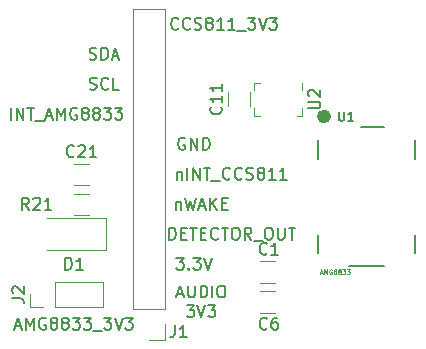
<source format=gbr>
G04 #@! TF.GenerationSoftware,KiCad,Pcbnew,(5.1.5)-3*
G04 #@! TF.CreationDate,2020-03-14T15:22:24+01:00*
G04 #@! TF.ProjectId,SesnorBoard,5365736e-6f72-4426-9f61-72642e6b6963,rev?*
G04 #@! TF.SameCoordinates,Original*
G04 #@! TF.FileFunction,Legend,Top*
G04 #@! TF.FilePolarity,Positive*
%FSLAX46Y46*%
G04 Gerber Fmt 4.6, Leading zero omitted, Abs format (unit mm)*
G04 Created by KiCad (PCBNEW (5.1.5)-3) date 2020-03-14 15:22:24*
%MOMM*%
%LPD*%
G04 APERTURE LIST*
%ADD10C,0.150000*%
%ADD11C,0.120000*%
%ADD12C,0.127000*%
%ADD13C,0.609600*%
%ADD14C,0.100000*%
%ADD15C,0.138988*%
%ADD16C,0.038608*%
G04 APERTURE END LIST*
D10*
X45823809Y284948333D02*
X46300000Y284948333D01*
X45728571Y284662619D02*
X46061904Y285662619D01*
X46395238Y284662619D01*
X46728571Y284662619D02*
X46728571Y285662619D01*
X47061904Y284948333D01*
X47395238Y285662619D01*
X47395238Y284662619D01*
X48395238Y285615000D02*
X48300000Y285662619D01*
X48157142Y285662619D01*
X48014285Y285615000D01*
X47919047Y285519761D01*
X47871428Y285424523D01*
X47823809Y285234047D01*
X47823809Y285091190D01*
X47871428Y284900714D01*
X47919047Y284805476D01*
X48014285Y284710238D01*
X48157142Y284662619D01*
X48252380Y284662619D01*
X48395238Y284710238D01*
X48442857Y284757857D01*
X48442857Y285091190D01*
X48252380Y285091190D01*
X49014285Y285234047D02*
X48919047Y285281666D01*
X48871428Y285329285D01*
X48823809Y285424523D01*
X48823809Y285472142D01*
X48871428Y285567380D01*
X48919047Y285615000D01*
X49014285Y285662619D01*
X49204761Y285662619D01*
X49300000Y285615000D01*
X49347619Y285567380D01*
X49395238Y285472142D01*
X49395238Y285424523D01*
X49347619Y285329285D01*
X49300000Y285281666D01*
X49204761Y285234047D01*
X49014285Y285234047D01*
X48919047Y285186428D01*
X48871428Y285138809D01*
X48823809Y285043571D01*
X48823809Y284853095D01*
X48871428Y284757857D01*
X48919047Y284710238D01*
X49014285Y284662619D01*
X49204761Y284662619D01*
X49300000Y284710238D01*
X49347619Y284757857D01*
X49395238Y284853095D01*
X49395238Y285043571D01*
X49347619Y285138809D01*
X49300000Y285186428D01*
X49204761Y285234047D01*
X49966666Y285234047D02*
X49871428Y285281666D01*
X49823809Y285329285D01*
X49776190Y285424523D01*
X49776190Y285472142D01*
X49823809Y285567380D01*
X49871428Y285615000D01*
X49966666Y285662619D01*
X50157142Y285662619D01*
X50252380Y285615000D01*
X50300000Y285567380D01*
X50347619Y285472142D01*
X50347619Y285424523D01*
X50300000Y285329285D01*
X50252380Y285281666D01*
X50157142Y285234047D01*
X49966666Y285234047D01*
X49871428Y285186428D01*
X49823809Y285138809D01*
X49776190Y285043571D01*
X49776190Y284853095D01*
X49823809Y284757857D01*
X49871428Y284710238D01*
X49966666Y284662619D01*
X50157142Y284662619D01*
X50252380Y284710238D01*
X50300000Y284757857D01*
X50347619Y284853095D01*
X50347619Y285043571D01*
X50300000Y285138809D01*
X50252380Y285186428D01*
X50157142Y285234047D01*
X50680952Y285662619D02*
X51300000Y285662619D01*
X50966666Y285281666D01*
X51109523Y285281666D01*
X51204761Y285234047D01*
X51252380Y285186428D01*
X51300000Y285091190D01*
X51300000Y284853095D01*
X51252380Y284757857D01*
X51204761Y284710238D01*
X51109523Y284662619D01*
X50823809Y284662619D01*
X50728571Y284710238D01*
X50680952Y284757857D01*
X51633333Y285662619D02*
X52252380Y285662619D01*
X51919047Y285281666D01*
X52061904Y285281666D01*
X52157142Y285234047D01*
X52204761Y285186428D01*
X52252380Y285091190D01*
X52252380Y284853095D01*
X52204761Y284757857D01*
X52157142Y284710238D01*
X52061904Y284662619D01*
X51776190Y284662619D01*
X51680952Y284710238D01*
X51633333Y284757857D01*
X52442857Y284567380D02*
X53204761Y284567380D01*
X53347619Y285662619D02*
X53966666Y285662619D01*
X53633333Y285281666D01*
X53776190Y285281666D01*
X53871428Y285234047D01*
X53919047Y285186428D01*
X53966666Y285091190D01*
X53966666Y284853095D01*
X53919047Y284757857D01*
X53871428Y284710238D01*
X53776190Y284662619D01*
X53490476Y284662619D01*
X53395238Y284710238D01*
X53347619Y284757857D01*
X54252380Y285662619D02*
X54585714Y284662619D01*
X54919047Y285662619D01*
X55157142Y285662619D02*
X55776190Y285662619D01*
X55442857Y285281666D01*
X55585714Y285281666D01*
X55680952Y285234047D01*
X55728571Y285186428D01*
X55776190Y285091190D01*
X55776190Y284853095D01*
X55728571Y284757857D01*
X55680952Y284710238D01*
X55585714Y284662619D01*
X55300000Y284662619D01*
X55204761Y284710238D01*
X55157142Y284757857D01*
X59571190Y287678333D02*
X60047380Y287678333D01*
X59475952Y287392619D02*
X59809285Y288392619D01*
X60142619Y287392619D01*
X60475952Y288392619D02*
X60475952Y287583095D01*
X60523571Y287487857D01*
X60571190Y287440238D01*
X60666428Y287392619D01*
X60856904Y287392619D01*
X60952142Y287440238D01*
X60999761Y287487857D01*
X61047380Y287583095D01*
X61047380Y288392619D01*
X61523571Y287392619D02*
X61523571Y288392619D01*
X61761666Y288392619D01*
X61904523Y288345000D01*
X61999761Y288249761D01*
X62047380Y288154523D01*
X62095000Y287964047D01*
X62095000Y287821190D01*
X62047380Y287630714D01*
X61999761Y287535476D01*
X61904523Y287440238D01*
X61761666Y287392619D01*
X61523571Y287392619D01*
X62523571Y287392619D02*
X62523571Y288392619D01*
X63190238Y288392619D02*
X63380714Y288392619D01*
X63475952Y288345000D01*
X63571190Y288249761D01*
X63618809Y288059285D01*
X63618809Y287725952D01*
X63571190Y287535476D01*
X63475952Y287440238D01*
X63380714Y287392619D01*
X63190238Y287392619D01*
X63095000Y287440238D01*
X62999761Y287535476D01*
X62952142Y287725952D01*
X62952142Y288059285D01*
X62999761Y288249761D01*
X63095000Y288345000D01*
X63190238Y288392619D01*
X60356904Y286742619D02*
X60975952Y286742619D01*
X60642619Y286361666D01*
X60785476Y286361666D01*
X60880714Y286314047D01*
X60928333Y286266428D01*
X60975952Y286171190D01*
X60975952Y285933095D01*
X60928333Y285837857D01*
X60880714Y285790238D01*
X60785476Y285742619D01*
X60499761Y285742619D01*
X60404523Y285790238D01*
X60356904Y285837857D01*
X61261666Y286742619D02*
X61595000Y285742619D01*
X61928333Y286742619D01*
X62166428Y286742619D02*
X62785476Y286742619D01*
X62452142Y286361666D01*
X62595000Y286361666D01*
X62690238Y286314047D01*
X62737857Y286266428D01*
X62785476Y286171190D01*
X62785476Y285933095D01*
X62737857Y285837857D01*
X62690238Y285790238D01*
X62595000Y285742619D01*
X62309285Y285742619D01*
X62214047Y285790238D01*
X62166428Y285837857D01*
X59483809Y290742619D02*
X60102857Y290742619D01*
X59769523Y290361666D01*
X59912380Y290361666D01*
X60007619Y290314047D01*
X60055238Y290266428D01*
X60102857Y290171190D01*
X60102857Y289933095D01*
X60055238Y289837857D01*
X60007619Y289790238D01*
X59912380Y289742619D01*
X59626666Y289742619D01*
X59531428Y289790238D01*
X59483809Y289837857D01*
X60531428Y289837857D02*
X60579047Y289790238D01*
X60531428Y289742619D01*
X60483809Y289790238D01*
X60531428Y289837857D01*
X60531428Y289742619D01*
X60912380Y290742619D02*
X61531428Y290742619D01*
X61198095Y290361666D01*
X61340952Y290361666D01*
X61436190Y290314047D01*
X61483809Y290266428D01*
X61531428Y290171190D01*
X61531428Y289933095D01*
X61483809Y289837857D01*
X61436190Y289790238D01*
X61340952Y289742619D01*
X61055238Y289742619D01*
X60960000Y289790238D01*
X60912380Y289837857D01*
X61817142Y290742619D02*
X62150476Y289742619D01*
X62483809Y290742619D01*
X58873095Y292282619D02*
X58873095Y293282619D01*
X59111190Y293282619D01*
X59254047Y293235000D01*
X59349285Y293139761D01*
X59396904Y293044523D01*
X59444523Y292854047D01*
X59444523Y292711190D01*
X59396904Y292520714D01*
X59349285Y292425476D01*
X59254047Y292330238D01*
X59111190Y292282619D01*
X58873095Y292282619D01*
X59873095Y292806428D02*
X60206428Y292806428D01*
X60349285Y292282619D02*
X59873095Y292282619D01*
X59873095Y293282619D01*
X60349285Y293282619D01*
X60635000Y293282619D02*
X61206428Y293282619D01*
X60920714Y292282619D02*
X60920714Y293282619D01*
X61539761Y292806428D02*
X61873095Y292806428D01*
X62015952Y292282619D02*
X61539761Y292282619D01*
X61539761Y293282619D01*
X62015952Y293282619D01*
X63015952Y292377857D02*
X62968333Y292330238D01*
X62825476Y292282619D01*
X62730238Y292282619D01*
X62587380Y292330238D01*
X62492142Y292425476D01*
X62444523Y292520714D01*
X62396904Y292711190D01*
X62396904Y292854047D01*
X62444523Y293044523D01*
X62492142Y293139761D01*
X62587380Y293235000D01*
X62730238Y293282619D01*
X62825476Y293282619D01*
X62968333Y293235000D01*
X63015952Y293187380D01*
X63301666Y293282619D02*
X63873095Y293282619D01*
X63587380Y292282619D02*
X63587380Y293282619D01*
X64396904Y293282619D02*
X64587380Y293282619D01*
X64682619Y293235000D01*
X64777857Y293139761D01*
X64825476Y292949285D01*
X64825476Y292615952D01*
X64777857Y292425476D01*
X64682619Y292330238D01*
X64587380Y292282619D01*
X64396904Y292282619D01*
X64301666Y292330238D01*
X64206428Y292425476D01*
X64158809Y292615952D01*
X64158809Y292949285D01*
X64206428Y293139761D01*
X64301666Y293235000D01*
X64396904Y293282619D01*
X65825476Y292282619D02*
X65492142Y292758809D01*
X65254047Y292282619D02*
X65254047Y293282619D01*
X65635000Y293282619D01*
X65730238Y293235000D01*
X65777857Y293187380D01*
X65825476Y293092142D01*
X65825476Y292949285D01*
X65777857Y292854047D01*
X65730238Y292806428D01*
X65635000Y292758809D01*
X65254047Y292758809D01*
X66015952Y292187380D02*
X66777857Y292187380D01*
X67206428Y293282619D02*
X67396904Y293282619D01*
X67492142Y293235000D01*
X67587380Y293139761D01*
X67635000Y292949285D01*
X67635000Y292615952D01*
X67587380Y292425476D01*
X67492142Y292330238D01*
X67396904Y292282619D01*
X67206428Y292282619D01*
X67111190Y292330238D01*
X67015952Y292425476D01*
X66968333Y292615952D01*
X66968333Y292949285D01*
X67015952Y293139761D01*
X67111190Y293235000D01*
X67206428Y293282619D01*
X68063571Y293282619D02*
X68063571Y292473095D01*
X68111190Y292377857D01*
X68158809Y292330238D01*
X68254047Y292282619D01*
X68444523Y292282619D01*
X68539761Y292330238D01*
X68587380Y292377857D01*
X68635000Y292473095D01*
X68635000Y293282619D01*
X68968333Y293282619D02*
X69539761Y293282619D01*
X69254047Y292282619D02*
X69254047Y293282619D01*
X59428333Y295489285D02*
X59428333Y294822619D01*
X59428333Y295394047D02*
X59475952Y295441666D01*
X59571190Y295489285D01*
X59714047Y295489285D01*
X59809285Y295441666D01*
X59856904Y295346428D01*
X59856904Y294822619D01*
X60237857Y295822619D02*
X60475952Y294822619D01*
X60666428Y295536904D01*
X60856904Y294822619D01*
X61095000Y295822619D01*
X61428333Y295108333D02*
X61904523Y295108333D01*
X61333095Y294822619D02*
X61666428Y295822619D01*
X61999761Y294822619D01*
X62333095Y294822619D02*
X62333095Y295822619D01*
X62904523Y294822619D02*
X62475952Y295394047D01*
X62904523Y295822619D02*
X62333095Y295251190D01*
X63333095Y295346428D02*
X63666428Y295346428D01*
X63809285Y294822619D02*
X63333095Y294822619D01*
X63333095Y295822619D01*
X63809285Y295822619D01*
X59492142Y298029285D02*
X59492142Y297362619D01*
X59492142Y297934047D02*
X59539761Y297981666D01*
X59635000Y298029285D01*
X59777857Y298029285D01*
X59873095Y297981666D01*
X59920714Y297886428D01*
X59920714Y297362619D01*
X60396904Y297362619D02*
X60396904Y298362619D01*
X60873095Y297362619D02*
X60873095Y298362619D01*
X61444523Y297362619D01*
X61444523Y298362619D01*
X61777857Y298362619D02*
X62349285Y298362619D01*
X62063571Y297362619D02*
X62063571Y298362619D01*
X62444523Y297267380D02*
X63206428Y297267380D01*
X64015952Y297457857D02*
X63968333Y297410238D01*
X63825476Y297362619D01*
X63730238Y297362619D01*
X63587380Y297410238D01*
X63492142Y297505476D01*
X63444523Y297600714D01*
X63396904Y297791190D01*
X63396904Y297934047D01*
X63444523Y298124523D01*
X63492142Y298219761D01*
X63587380Y298315000D01*
X63730238Y298362619D01*
X63825476Y298362619D01*
X63968333Y298315000D01*
X64015952Y298267380D01*
X65015952Y297457857D02*
X64968333Y297410238D01*
X64825476Y297362619D01*
X64730238Y297362619D01*
X64587380Y297410238D01*
X64492142Y297505476D01*
X64444523Y297600714D01*
X64396904Y297791190D01*
X64396904Y297934047D01*
X64444523Y298124523D01*
X64492142Y298219761D01*
X64587380Y298315000D01*
X64730238Y298362619D01*
X64825476Y298362619D01*
X64968333Y298315000D01*
X65015952Y298267380D01*
X65396904Y297410238D02*
X65539761Y297362619D01*
X65777857Y297362619D01*
X65873095Y297410238D01*
X65920714Y297457857D01*
X65968333Y297553095D01*
X65968333Y297648333D01*
X65920714Y297743571D01*
X65873095Y297791190D01*
X65777857Y297838809D01*
X65587380Y297886428D01*
X65492142Y297934047D01*
X65444523Y297981666D01*
X65396904Y298076904D01*
X65396904Y298172142D01*
X65444523Y298267380D01*
X65492142Y298315000D01*
X65587380Y298362619D01*
X65825476Y298362619D01*
X65968333Y298315000D01*
X66539761Y297934047D02*
X66444523Y297981666D01*
X66396904Y298029285D01*
X66349285Y298124523D01*
X66349285Y298172142D01*
X66396904Y298267380D01*
X66444523Y298315000D01*
X66539761Y298362619D01*
X66730238Y298362619D01*
X66825476Y298315000D01*
X66873095Y298267380D01*
X66920714Y298172142D01*
X66920714Y298124523D01*
X66873095Y298029285D01*
X66825476Y297981666D01*
X66730238Y297934047D01*
X66539761Y297934047D01*
X66444523Y297886428D01*
X66396904Y297838809D01*
X66349285Y297743571D01*
X66349285Y297553095D01*
X66396904Y297457857D01*
X66444523Y297410238D01*
X66539761Y297362619D01*
X66730238Y297362619D01*
X66825476Y297410238D01*
X66873095Y297457857D01*
X66920714Y297553095D01*
X66920714Y297743571D01*
X66873095Y297838809D01*
X66825476Y297886428D01*
X66730238Y297934047D01*
X67873095Y297362619D02*
X67301666Y297362619D01*
X67587380Y297362619D02*
X67587380Y298362619D01*
X67492142Y298219761D01*
X67396904Y298124523D01*
X67301666Y298076904D01*
X68825476Y297362619D02*
X68254047Y297362619D01*
X68539761Y297362619D02*
X68539761Y298362619D01*
X68444523Y298219761D01*
X68349285Y298124523D01*
X68254047Y298076904D01*
X60198095Y300855000D02*
X60102857Y300902619D01*
X59960000Y300902619D01*
X59817142Y300855000D01*
X59721904Y300759761D01*
X59674285Y300664523D01*
X59626666Y300474047D01*
X59626666Y300331190D01*
X59674285Y300140714D01*
X59721904Y300045476D01*
X59817142Y299950238D01*
X59960000Y299902619D01*
X60055238Y299902619D01*
X60198095Y299950238D01*
X60245714Y299997857D01*
X60245714Y300331190D01*
X60055238Y300331190D01*
X60674285Y299902619D02*
X60674285Y300902619D01*
X61245714Y299902619D01*
X61245714Y300902619D01*
X61721904Y299902619D02*
X61721904Y300902619D01*
X61960000Y300902619D01*
X62102857Y300855000D01*
X62198095Y300759761D01*
X62245714Y300664523D01*
X62293333Y300474047D01*
X62293333Y300331190D01*
X62245714Y300140714D01*
X62198095Y300045476D01*
X62102857Y299950238D01*
X61960000Y299902619D01*
X61721904Y299902619D01*
X45474523Y302442619D02*
X45474523Y303442619D01*
X45950714Y302442619D02*
X45950714Y303442619D01*
X46522142Y302442619D01*
X46522142Y303442619D01*
X46855476Y303442619D02*
X47426904Y303442619D01*
X47141190Y302442619D02*
X47141190Y303442619D01*
X47522142Y302347380D02*
X48284047Y302347380D01*
X48474523Y302728333D02*
X48950714Y302728333D01*
X48379285Y302442619D02*
X48712619Y303442619D01*
X49045952Y302442619D01*
X49379285Y302442619D02*
X49379285Y303442619D01*
X49712619Y302728333D01*
X50045952Y303442619D01*
X50045952Y302442619D01*
X51045952Y303395000D02*
X50950714Y303442619D01*
X50807857Y303442619D01*
X50664999Y303395000D01*
X50569761Y303299761D01*
X50522142Y303204523D01*
X50474523Y303014047D01*
X50474523Y302871190D01*
X50522142Y302680714D01*
X50569761Y302585476D01*
X50664999Y302490238D01*
X50807857Y302442619D01*
X50903095Y302442619D01*
X51045952Y302490238D01*
X51093571Y302537857D01*
X51093571Y302871190D01*
X50903095Y302871190D01*
X51664999Y303014047D02*
X51569761Y303061666D01*
X51522142Y303109285D01*
X51474523Y303204523D01*
X51474523Y303252142D01*
X51522142Y303347380D01*
X51569761Y303395000D01*
X51664999Y303442619D01*
X51855476Y303442619D01*
X51950714Y303395000D01*
X51998333Y303347380D01*
X52045952Y303252142D01*
X52045952Y303204523D01*
X51998333Y303109285D01*
X51950714Y303061666D01*
X51855476Y303014047D01*
X51664999Y303014047D01*
X51569761Y302966428D01*
X51522142Y302918809D01*
X51474523Y302823571D01*
X51474523Y302633095D01*
X51522142Y302537857D01*
X51569761Y302490238D01*
X51664999Y302442619D01*
X51855476Y302442619D01*
X51950714Y302490238D01*
X51998333Y302537857D01*
X52045952Y302633095D01*
X52045952Y302823571D01*
X51998333Y302918809D01*
X51950714Y302966428D01*
X51855476Y303014047D01*
X52617380Y303014047D02*
X52522142Y303061666D01*
X52474523Y303109285D01*
X52426904Y303204523D01*
X52426904Y303252142D01*
X52474523Y303347380D01*
X52522142Y303395000D01*
X52617380Y303442619D01*
X52807857Y303442619D01*
X52903095Y303395000D01*
X52950714Y303347380D01*
X52998333Y303252142D01*
X52998333Y303204523D01*
X52950714Y303109285D01*
X52903095Y303061666D01*
X52807857Y303014047D01*
X52617380Y303014047D01*
X52522142Y302966428D01*
X52474523Y302918809D01*
X52426904Y302823571D01*
X52426904Y302633095D01*
X52474523Y302537857D01*
X52522142Y302490238D01*
X52617380Y302442619D01*
X52807857Y302442619D01*
X52903095Y302490238D01*
X52950714Y302537857D01*
X52998333Y302633095D01*
X52998333Y302823571D01*
X52950714Y302918809D01*
X52903095Y302966428D01*
X52807857Y303014047D01*
X53331666Y303442619D02*
X53950714Y303442619D01*
X53617380Y303061666D01*
X53760238Y303061666D01*
X53855476Y303014047D01*
X53903095Y302966428D01*
X53950714Y302871190D01*
X53950714Y302633095D01*
X53903095Y302537857D01*
X53855476Y302490238D01*
X53760238Y302442619D01*
X53474523Y302442619D01*
X53379285Y302490238D01*
X53331666Y302537857D01*
X54284047Y303442619D02*
X54903095Y303442619D01*
X54569761Y303061666D01*
X54712619Y303061666D01*
X54807857Y303014047D01*
X54855476Y302966428D01*
X54903095Y302871190D01*
X54903095Y302633095D01*
X54855476Y302537857D01*
X54807857Y302490238D01*
X54712619Y302442619D01*
X54426904Y302442619D01*
X54331666Y302490238D01*
X54284047Y302537857D01*
X52149523Y305030238D02*
X52292380Y304982619D01*
X52530476Y304982619D01*
X52625714Y305030238D01*
X52673333Y305077857D01*
X52720952Y305173095D01*
X52720952Y305268333D01*
X52673333Y305363571D01*
X52625714Y305411190D01*
X52530476Y305458809D01*
X52340000Y305506428D01*
X52244761Y305554047D01*
X52197142Y305601666D01*
X52149523Y305696904D01*
X52149523Y305792142D01*
X52197142Y305887380D01*
X52244761Y305935000D01*
X52340000Y305982619D01*
X52578095Y305982619D01*
X52720952Y305935000D01*
X53720952Y305077857D02*
X53673333Y305030238D01*
X53530476Y304982619D01*
X53435238Y304982619D01*
X53292380Y305030238D01*
X53197142Y305125476D01*
X53149523Y305220714D01*
X53101904Y305411190D01*
X53101904Y305554047D01*
X53149523Y305744523D01*
X53197142Y305839761D01*
X53292380Y305935000D01*
X53435238Y305982619D01*
X53530476Y305982619D01*
X53673333Y305935000D01*
X53720952Y305887380D01*
X54625714Y304982619D02*
X54149523Y304982619D01*
X54149523Y305982619D01*
X52125714Y307570238D02*
X52268571Y307522619D01*
X52506666Y307522619D01*
X52601904Y307570238D01*
X52649523Y307617857D01*
X52697142Y307713095D01*
X52697142Y307808333D01*
X52649523Y307903571D01*
X52601904Y307951190D01*
X52506666Y307998809D01*
X52316190Y308046428D01*
X52220952Y308094047D01*
X52173333Y308141666D01*
X52125714Y308236904D01*
X52125714Y308332142D01*
X52173333Y308427380D01*
X52220952Y308475000D01*
X52316190Y308522619D01*
X52554285Y308522619D01*
X52697142Y308475000D01*
X53125714Y307522619D02*
X53125714Y308522619D01*
X53363809Y308522619D01*
X53506666Y308475000D01*
X53601904Y308379761D01*
X53649523Y308284523D01*
X53697142Y308094047D01*
X53697142Y307951190D01*
X53649523Y307760714D01*
X53601904Y307665476D01*
X53506666Y307570238D01*
X53363809Y307522619D01*
X53125714Y307522619D01*
X54078095Y307808333D02*
X54554285Y307808333D01*
X53982857Y307522619D02*
X54316190Y308522619D01*
X54649523Y307522619D01*
X59642857Y310157857D02*
X59595238Y310110238D01*
X59452380Y310062619D01*
X59357142Y310062619D01*
X59214285Y310110238D01*
X59119047Y310205476D01*
X59071428Y310300714D01*
X59023809Y310491190D01*
X59023809Y310634047D01*
X59071428Y310824523D01*
X59119047Y310919761D01*
X59214285Y311015000D01*
X59357142Y311062619D01*
X59452380Y311062619D01*
X59595238Y311015000D01*
X59642857Y310967380D01*
X60642857Y310157857D02*
X60595238Y310110238D01*
X60452380Y310062619D01*
X60357142Y310062619D01*
X60214285Y310110238D01*
X60119047Y310205476D01*
X60071428Y310300714D01*
X60023809Y310491190D01*
X60023809Y310634047D01*
X60071428Y310824523D01*
X60119047Y310919761D01*
X60214285Y311015000D01*
X60357142Y311062619D01*
X60452380Y311062619D01*
X60595238Y311015000D01*
X60642857Y310967380D01*
X61023809Y310110238D02*
X61166666Y310062619D01*
X61404761Y310062619D01*
X61500000Y310110238D01*
X61547619Y310157857D01*
X61595238Y310253095D01*
X61595238Y310348333D01*
X61547619Y310443571D01*
X61500000Y310491190D01*
X61404761Y310538809D01*
X61214285Y310586428D01*
X61119047Y310634047D01*
X61071428Y310681666D01*
X61023809Y310776904D01*
X61023809Y310872142D01*
X61071428Y310967380D01*
X61119047Y311015000D01*
X61214285Y311062619D01*
X61452380Y311062619D01*
X61595238Y311015000D01*
X62166666Y310634047D02*
X62071428Y310681666D01*
X62023809Y310729285D01*
X61976190Y310824523D01*
X61976190Y310872142D01*
X62023809Y310967380D01*
X62071428Y311015000D01*
X62166666Y311062619D01*
X62357142Y311062619D01*
X62452380Y311015000D01*
X62500000Y310967380D01*
X62547619Y310872142D01*
X62547619Y310824523D01*
X62500000Y310729285D01*
X62452380Y310681666D01*
X62357142Y310634047D01*
X62166666Y310634047D01*
X62071428Y310586428D01*
X62023809Y310538809D01*
X61976190Y310443571D01*
X61976190Y310253095D01*
X62023809Y310157857D01*
X62071428Y310110238D01*
X62166666Y310062619D01*
X62357142Y310062619D01*
X62452380Y310110238D01*
X62500000Y310157857D01*
X62547619Y310253095D01*
X62547619Y310443571D01*
X62500000Y310538809D01*
X62452380Y310586428D01*
X62357142Y310634047D01*
X63500000Y310062619D02*
X62928571Y310062619D01*
X63214285Y310062619D02*
X63214285Y311062619D01*
X63119047Y310919761D01*
X63023809Y310824523D01*
X62928571Y310776904D01*
X64452380Y310062619D02*
X63880952Y310062619D01*
X64166666Y310062619D02*
X64166666Y311062619D01*
X64071428Y310919761D01*
X63976190Y310824523D01*
X63880952Y310776904D01*
X64642857Y309967380D02*
X65404761Y309967380D01*
X65547619Y311062619D02*
X66166666Y311062619D01*
X65833333Y310681666D01*
X65976190Y310681666D01*
X66071428Y310634047D01*
X66119047Y310586428D01*
X66166666Y310491190D01*
X66166666Y310253095D01*
X66119047Y310157857D01*
X66071428Y310110238D01*
X65976190Y310062619D01*
X65690476Y310062619D01*
X65595238Y310110238D01*
X65547619Y310157857D01*
X66452380Y311062619D02*
X66785714Y310062619D01*
X67119047Y311062619D01*
X67357142Y311062619D02*
X67976190Y311062619D01*
X67642857Y310681666D01*
X67785714Y310681666D01*
X67880952Y310634047D01*
X67928571Y310586428D01*
X67976190Y310491190D01*
X67976190Y310253095D01*
X67928571Y310157857D01*
X67880952Y310110238D01*
X67785714Y310062619D01*
X67500000Y310062619D01*
X67404761Y310110238D01*
X67357142Y310157857D01*
D11*
X58480000Y283785000D02*
X57150000Y283785000D01*
X58480000Y285115000D02*
X58480000Y283785000D01*
X58480000Y286385000D02*
X55820000Y286385000D01*
X55820000Y286385000D02*
X55820000Y311845000D01*
X58480000Y286385000D02*
X58480000Y311845000D01*
X58480000Y311845000D02*
X55820000Y311845000D01*
D12*
X71465000Y300710000D02*
X71465000Y299110000D01*
X79665000Y300710000D02*
X79665000Y299110000D01*
X75065000Y301810000D02*
X77065000Y301810000D01*
X77065000Y290010000D02*
X74065000Y290010000D01*
X79665000Y292710000D02*
X79665000Y291110000D01*
X71465000Y292710000D02*
X71465000Y291110000D01*
D13*
X72265000Y302710000D02*
G75*
G03X72265000Y302710000I-300000J0D01*
G01*
D11*
X53540000Y291375000D02*
X48560000Y291375000D01*
X53540000Y294095000D02*
X48560000Y294095000D01*
X53540000Y291375000D02*
X53540000Y294095000D01*
X67782064Y287930000D02*
X66577936Y287930000D01*
X67782064Y286110000D02*
X66577936Y286110000D01*
D14*
X70145000Y302765000D02*
X69665000Y302765000D01*
X70145000Y303405000D02*
X70145000Y302765000D01*
X66525000Y302765000D02*
X66045000Y302765000D01*
X66045000Y303405000D02*
X66045000Y302765000D01*
X70145000Y305565000D02*
X70145000Y304925000D01*
X66045000Y305565000D02*
X66045000Y304925000D01*
X66525000Y305565000D02*
X66045000Y305565000D01*
D11*
X52037064Y296185000D02*
X50832936Y296185000D01*
X52037064Y294365000D02*
X50832936Y294365000D01*
X52037064Y298725000D02*
X50832936Y298725000D01*
X52037064Y296905000D02*
X50832936Y296905000D01*
X65680000Y303562936D02*
X65680000Y304767064D01*
X63860000Y303562936D02*
X63860000Y304767064D01*
X67782064Y290470000D02*
X66577936Y290470000D01*
X67782064Y288650000D02*
X66577936Y288650000D01*
X47105000Y286595000D02*
X47105000Y287655000D01*
X48165000Y286595000D02*
X47105000Y286595000D01*
X49165000Y286595000D02*
X49165000Y288715000D01*
X49165000Y288715000D02*
X53225000Y288715000D01*
X49165000Y286595000D02*
X53225000Y286595000D01*
X53225000Y286595000D02*
X53225000Y288715000D01*
D10*
X59356666Y285027619D02*
X59356666Y284313333D01*
X59309047Y284170476D01*
X59213809Y284075238D01*
X59070952Y284027619D01*
X58975714Y284027619D01*
X60356666Y284027619D02*
X59785238Y284027619D01*
X60070952Y284027619D02*
X60070952Y285027619D01*
X59975714Y284884761D01*
X59880476Y284789523D01*
X59785238Y284741904D01*
D15*
X73239189Y303118929D02*
X73239189Y302493847D01*
X73275959Y302420308D01*
X73312728Y302383539D01*
X73386267Y302346769D01*
X73533346Y302346769D01*
X73606885Y302383539D01*
X73643654Y302420308D01*
X73680424Y302493847D01*
X73680424Y303118929D01*
X74452584Y302346769D02*
X74011349Y302346769D01*
X74231966Y302346769D02*
X74231966Y303118929D01*
X74158427Y303008620D01*
X74084888Y302935081D01*
X74011349Y302898312D01*
D16*
X71650634Y289484693D02*
X71834481Y289484693D01*
X71613864Y289374384D02*
X71742558Y289760464D01*
X71871251Y289374384D01*
X71999944Y289374384D02*
X71999944Y289760464D01*
X72128638Y289484693D01*
X72257331Y289760464D01*
X72257331Y289374384D01*
X72643411Y289742080D02*
X72606641Y289760464D01*
X72551487Y289760464D01*
X72496333Y289742080D01*
X72459563Y289705310D01*
X72441179Y289668540D01*
X72422794Y289595001D01*
X72422794Y289539847D01*
X72441179Y289466308D01*
X72459563Y289429539D01*
X72496333Y289392769D01*
X72551487Y289374384D01*
X72588257Y289374384D01*
X72643411Y289392769D01*
X72661796Y289411154D01*
X72661796Y289539847D01*
X72588257Y289539847D01*
X72882413Y289595001D02*
X72845643Y289613386D01*
X72827259Y289631771D01*
X72808874Y289668540D01*
X72808874Y289686925D01*
X72827259Y289723695D01*
X72845643Y289742080D01*
X72882413Y289760464D01*
X72955952Y289760464D01*
X72992721Y289742080D01*
X73011106Y289723695D01*
X73029491Y289686925D01*
X73029491Y289668540D01*
X73011106Y289631771D01*
X72992721Y289613386D01*
X72955952Y289595001D01*
X72882413Y289595001D01*
X72845643Y289576617D01*
X72827259Y289558232D01*
X72808874Y289521462D01*
X72808874Y289447923D01*
X72827259Y289411154D01*
X72845643Y289392769D01*
X72882413Y289374384D01*
X72955952Y289374384D01*
X72992721Y289392769D01*
X73011106Y289411154D01*
X73029491Y289447923D01*
X73029491Y289521462D01*
X73011106Y289558232D01*
X72992721Y289576617D01*
X72955952Y289595001D01*
X73250108Y289595001D02*
X73213339Y289613386D01*
X73194954Y289631771D01*
X73176569Y289668540D01*
X73176569Y289686925D01*
X73194954Y289723695D01*
X73213339Y289742080D01*
X73250108Y289760464D01*
X73323647Y289760464D01*
X73360417Y289742080D01*
X73378801Y289723695D01*
X73397186Y289686925D01*
X73397186Y289668540D01*
X73378801Y289631771D01*
X73360417Y289613386D01*
X73323647Y289595001D01*
X73250108Y289595001D01*
X73213339Y289576617D01*
X73194954Y289558232D01*
X73176569Y289521462D01*
X73176569Y289447923D01*
X73194954Y289411154D01*
X73213339Y289392769D01*
X73250108Y289374384D01*
X73323647Y289374384D01*
X73360417Y289392769D01*
X73378801Y289411154D01*
X73397186Y289447923D01*
X73397186Y289521462D01*
X73378801Y289558232D01*
X73360417Y289576617D01*
X73323647Y289595001D01*
X73525879Y289760464D02*
X73764881Y289760464D01*
X73636188Y289613386D01*
X73691342Y289613386D01*
X73728112Y289595001D01*
X73746497Y289576617D01*
X73764881Y289539847D01*
X73764881Y289447923D01*
X73746497Y289411154D01*
X73728112Y289392769D01*
X73691342Y289374384D01*
X73581034Y289374384D01*
X73544264Y289392769D01*
X73525879Y289411154D01*
X73893575Y289760464D02*
X74132577Y289760464D01*
X74003883Y289613386D01*
X74059038Y289613386D01*
X74095807Y289595001D01*
X74114192Y289576617D01*
X74132577Y289539847D01*
X74132577Y289447923D01*
X74114192Y289411154D01*
X74095807Y289392769D01*
X74059038Y289374384D01*
X73948729Y289374384D01*
X73911959Y289392769D01*
X73893575Y289411154D01*
D10*
X50061904Y289742619D02*
X50061904Y290742619D01*
X50300000Y290742619D01*
X50442857Y290695000D01*
X50538095Y290599761D01*
X50585714Y290504523D01*
X50633333Y290314047D01*
X50633333Y290171190D01*
X50585714Y289980714D01*
X50538095Y289885476D01*
X50442857Y289790238D01*
X50300000Y289742619D01*
X50061904Y289742619D01*
X51585714Y289742619D02*
X51014285Y289742619D01*
X51300000Y289742619D02*
X51300000Y290742619D01*
X51204761Y290599761D01*
X51109523Y290504523D01*
X51014285Y290456904D01*
X67143333Y284757857D02*
X67095714Y284710238D01*
X66952857Y284662619D01*
X66857619Y284662619D01*
X66714761Y284710238D01*
X66619523Y284805476D01*
X66571904Y284900714D01*
X66524285Y285091190D01*
X66524285Y285234047D01*
X66571904Y285424523D01*
X66619523Y285519761D01*
X66714761Y285615000D01*
X66857619Y285662619D01*
X66952857Y285662619D01*
X67095714Y285615000D01*
X67143333Y285567380D01*
X68000476Y285662619D02*
X67810000Y285662619D01*
X67714761Y285615000D01*
X67667142Y285567380D01*
X67571904Y285424523D01*
X67524285Y285234047D01*
X67524285Y284853095D01*
X67571904Y284757857D01*
X67619523Y284710238D01*
X67714761Y284662619D01*
X67905238Y284662619D01*
X68000476Y284710238D01*
X68048095Y284757857D01*
X68095714Y284853095D01*
X68095714Y285091190D01*
X68048095Y285186428D01*
X68000476Y285234047D01*
X67905238Y285281666D01*
X67714761Y285281666D01*
X67619523Y285234047D01*
X67571904Y285186428D01*
X67524285Y285091190D01*
X70647380Y303403095D02*
X71456904Y303403095D01*
X71552142Y303450714D01*
X71599761Y303498333D01*
X71647380Y303593571D01*
X71647380Y303784047D01*
X71599761Y303879285D01*
X71552142Y303926904D01*
X71456904Y303974523D01*
X70647380Y303974523D01*
X70742619Y304403095D02*
X70695000Y304450714D01*
X70647380Y304545952D01*
X70647380Y304784047D01*
X70695000Y304879285D01*
X70742619Y304926904D01*
X70837857Y304974523D01*
X70933095Y304974523D01*
X71075952Y304926904D01*
X71647380Y304355476D01*
X71647380Y304974523D01*
X46982142Y294822619D02*
X46648809Y295298809D01*
X46410714Y294822619D02*
X46410714Y295822619D01*
X46791666Y295822619D01*
X46886904Y295775000D01*
X46934523Y295727380D01*
X46982142Y295632142D01*
X46982142Y295489285D01*
X46934523Y295394047D01*
X46886904Y295346428D01*
X46791666Y295298809D01*
X46410714Y295298809D01*
X47363095Y295727380D02*
X47410714Y295775000D01*
X47505952Y295822619D01*
X47744047Y295822619D01*
X47839285Y295775000D01*
X47886904Y295727380D01*
X47934523Y295632142D01*
X47934523Y295536904D01*
X47886904Y295394047D01*
X47315476Y294822619D01*
X47934523Y294822619D01*
X48886904Y294822619D02*
X48315476Y294822619D01*
X48601190Y294822619D02*
X48601190Y295822619D01*
X48505952Y295679761D01*
X48410714Y295584523D01*
X48315476Y295536904D01*
X50792142Y299362857D02*
X50744523Y299315238D01*
X50601666Y299267619D01*
X50506428Y299267619D01*
X50363571Y299315238D01*
X50268333Y299410476D01*
X50220714Y299505714D01*
X50173095Y299696190D01*
X50173095Y299839047D01*
X50220714Y300029523D01*
X50268333Y300124761D01*
X50363571Y300220000D01*
X50506428Y300267619D01*
X50601666Y300267619D01*
X50744523Y300220000D01*
X50792142Y300172380D01*
X51173095Y300172380D02*
X51220714Y300220000D01*
X51315952Y300267619D01*
X51554047Y300267619D01*
X51649285Y300220000D01*
X51696904Y300172380D01*
X51744523Y300077142D01*
X51744523Y299981904D01*
X51696904Y299839047D01*
X51125476Y299267619D01*
X51744523Y299267619D01*
X52696904Y299267619D02*
X52125476Y299267619D01*
X52411190Y299267619D02*
X52411190Y300267619D01*
X52315952Y300124761D01*
X52220714Y300029523D01*
X52125476Y299981904D01*
X63222142Y303522142D02*
X63269761Y303474523D01*
X63317380Y303331666D01*
X63317380Y303236428D01*
X63269761Y303093571D01*
X63174523Y302998333D01*
X63079285Y302950714D01*
X62888809Y302903095D01*
X62745952Y302903095D01*
X62555476Y302950714D01*
X62460238Y302998333D01*
X62365000Y303093571D01*
X62317380Y303236428D01*
X62317380Y303331666D01*
X62365000Y303474523D01*
X62412619Y303522142D01*
X63317380Y304474523D02*
X63317380Y303903095D01*
X63317380Y304188809D02*
X62317380Y304188809D01*
X62460238Y304093571D01*
X62555476Y303998333D01*
X62603095Y303903095D01*
X63317380Y305426904D02*
X63317380Y304855476D01*
X63317380Y305141190D02*
X62317380Y305141190D01*
X62460238Y305045952D01*
X62555476Y304950714D01*
X62603095Y304855476D01*
X67143333Y291107857D02*
X67095714Y291060238D01*
X66952857Y291012619D01*
X66857619Y291012619D01*
X66714761Y291060238D01*
X66619523Y291155476D01*
X66571904Y291250714D01*
X66524285Y291441190D01*
X66524285Y291584047D01*
X66571904Y291774523D01*
X66619523Y291869761D01*
X66714761Y291965000D01*
X66857619Y292012619D01*
X66952857Y292012619D01*
X67095714Y291965000D01*
X67143333Y291917380D01*
X68095714Y291012619D02*
X67524285Y291012619D01*
X67810000Y291012619D02*
X67810000Y292012619D01*
X67714761Y291869761D01*
X67619523Y291774523D01*
X67524285Y291726904D01*
X45557380Y287321666D02*
X46271666Y287321666D01*
X46414523Y287274047D01*
X46509761Y287178809D01*
X46557380Y287035952D01*
X46557380Y286940714D01*
X45652619Y287750238D02*
X45605000Y287797857D01*
X45557380Y287893095D01*
X45557380Y288131190D01*
X45605000Y288226428D01*
X45652619Y288274047D01*
X45747857Y288321666D01*
X45843095Y288321666D01*
X45985952Y288274047D01*
X46557380Y287702619D01*
X46557380Y288321666D01*
M02*

</source>
